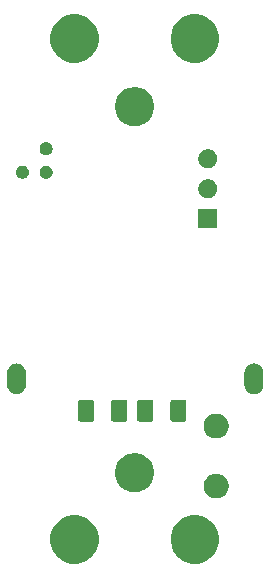
<source format=gbr>
G04 #@! TF.GenerationSoftware,KiCad,Pcbnew,5.1.5*
G04 #@! TF.CreationDate,2020-03-24T00:38:53+03:00*
G04 #@! TF.ProjectId,nordic-switch,6e6f7264-6963-42d7-9377-697463682e6b,1.0*
G04 #@! TF.SameCoordinates,Original*
G04 #@! TF.FileFunction,Soldermask,Bot*
G04 #@! TF.FilePolarity,Negative*
%FSLAX46Y46*%
G04 Gerber Fmt 4.6, Leading zero omitted, Abs format (unit mm)*
G04 Created by KiCad (PCBNEW 5.1.5) date 2020-03-24 00:38:53*
%MOMM*%
%LPD*%
G04 APERTURE LIST*
%ADD10C,0.100000*%
G04 APERTURE END LIST*
D10*
G36*
X150098326Y-118927578D02*
G01*
X150098329Y-118927579D01*
X150098328Y-118927579D01*
X150471631Y-119082206D01*
X150807596Y-119306690D01*
X151093310Y-119592404D01*
X151317794Y-119928369D01*
X151317795Y-119928371D01*
X151472422Y-120301674D01*
X151551250Y-120697968D01*
X151551250Y-121102032D01*
X151472422Y-121498326D01*
X151472421Y-121498328D01*
X151317794Y-121871631D01*
X151093310Y-122207596D01*
X150807596Y-122493310D01*
X150471631Y-122717794D01*
X150471630Y-122717795D01*
X150471629Y-122717795D01*
X150098326Y-122872422D01*
X149702032Y-122951250D01*
X149297968Y-122951250D01*
X148901674Y-122872422D01*
X148528371Y-122717795D01*
X148528370Y-122717795D01*
X148528369Y-122717794D01*
X148192404Y-122493310D01*
X147906690Y-122207596D01*
X147682206Y-121871631D01*
X147527579Y-121498328D01*
X147527578Y-121498326D01*
X147448750Y-121102032D01*
X147448750Y-120697968D01*
X147527578Y-120301674D01*
X147682205Y-119928371D01*
X147682206Y-119928369D01*
X147906690Y-119592404D01*
X148192404Y-119306690D01*
X148528369Y-119082206D01*
X148901672Y-118927579D01*
X148901671Y-118927579D01*
X148901674Y-118927578D01*
X149297968Y-118848750D01*
X149702032Y-118848750D01*
X150098326Y-118927578D01*
G37*
G36*
X139898326Y-118927578D02*
G01*
X139898329Y-118927579D01*
X139898328Y-118927579D01*
X140271631Y-119082206D01*
X140607596Y-119306690D01*
X140893310Y-119592404D01*
X141117794Y-119928369D01*
X141117795Y-119928371D01*
X141272422Y-120301674D01*
X141351250Y-120697968D01*
X141351250Y-121102032D01*
X141272422Y-121498326D01*
X141272421Y-121498328D01*
X141117794Y-121871631D01*
X140893310Y-122207596D01*
X140607596Y-122493310D01*
X140271631Y-122717794D01*
X140271630Y-122717795D01*
X140271629Y-122717795D01*
X139898326Y-122872422D01*
X139502032Y-122951250D01*
X139097968Y-122951250D01*
X138701674Y-122872422D01*
X138328371Y-122717795D01*
X138328370Y-122717795D01*
X138328369Y-122717794D01*
X137992404Y-122493310D01*
X137706690Y-122207596D01*
X137482206Y-121871631D01*
X137327579Y-121498328D01*
X137327578Y-121498326D01*
X137248750Y-121102032D01*
X137248750Y-120697968D01*
X137327578Y-120301674D01*
X137482205Y-119928371D01*
X137482206Y-119928369D01*
X137706690Y-119592404D01*
X137992404Y-119306690D01*
X138328369Y-119082206D01*
X138701672Y-118927579D01*
X138701671Y-118927579D01*
X138701674Y-118927578D01*
X139097968Y-118848750D01*
X139502032Y-118848750D01*
X139898326Y-118927578D01*
G37*
G36*
X151616564Y-115369389D02*
G01*
X151720911Y-115412611D01*
X151807835Y-115448616D01*
X151979973Y-115563635D01*
X152126365Y-115710027D01*
X152241385Y-115882167D01*
X152320611Y-116073436D01*
X152361000Y-116276484D01*
X152361000Y-116483516D01*
X152320611Y-116686564D01*
X152309620Y-116713098D01*
X152241384Y-116877835D01*
X152126365Y-117049973D01*
X151979973Y-117196365D01*
X151807835Y-117311384D01*
X151807834Y-117311385D01*
X151807833Y-117311385D01*
X151616564Y-117390611D01*
X151413516Y-117431000D01*
X151206484Y-117431000D01*
X151003436Y-117390611D01*
X150812167Y-117311385D01*
X150812166Y-117311385D01*
X150812165Y-117311384D01*
X150640027Y-117196365D01*
X150493635Y-117049973D01*
X150378616Y-116877835D01*
X150310380Y-116713098D01*
X150299389Y-116686564D01*
X150259000Y-116483516D01*
X150259000Y-116276484D01*
X150299389Y-116073436D01*
X150378615Y-115882167D01*
X150493635Y-115710027D01*
X150640027Y-115563635D01*
X150812165Y-115448616D01*
X150899089Y-115412611D01*
X151003436Y-115369389D01*
X151206484Y-115329000D01*
X151413516Y-115329000D01*
X151616564Y-115369389D01*
G37*
G36*
X144775256Y-113641298D02*
G01*
X144881579Y-113662447D01*
X145182042Y-113786903D01*
X145452451Y-113967585D01*
X145682415Y-114197549D01*
X145863097Y-114467958D01*
X145987553Y-114768421D01*
X146051000Y-115087391D01*
X146051000Y-115412609D01*
X145987553Y-115731579D01*
X145863097Y-116032042D01*
X145682415Y-116302451D01*
X145452451Y-116532415D01*
X145182042Y-116713097D01*
X144881579Y-116837553D01*
X144775256Y-116858702D01*
X144562611Y-116901000D01*
X144237389Y-116901000D01*
X144024744Y-116858702D01*
X143918421Y-116837553D01*
X143617958Y-116713097D01*
X143347549Y-116532415D01*
X143117585Y-116302451D01*
X142936903Y-116032042D01*
X142812447Y-115731579D01*
X142749000Y-115412609D01*
X142749000Y-115087391D01*
X142812447Y-114768421D01*
X142936903Y-114467958D01*
X143117585Y-114197549D01*
X143347549Y-113967585D01*
X143617958Y-113786903D01*
X143918421Y-113662447D01*
X144024744Y-113641298D01*
X144237389Y-113599000D01*
X144562611Y-113599000D01*
X144775256Y-113641298D01*
G37*
G36*
X151606564Y-110289389D02*
G01*
X151797833Y-110368615D01*
X151797835Y-110368616D01*
X151969973Y-110483635D01*
X152116365Y-110630027D01*
X152231385Y-110802167D01*
X152310611Y-110993436D01*
X152351000Y-111196484D01*
X152351000Y-111403516D01*
X152310611Y-111606564D01*
X152231385Y-111797833D01*
X152231384Y-111797835D01*
X152116365Y-111969973D01*
X151969973Y-112116365D01*
X151797835Y-112231384D01*
X151797834Y-112231385D01*
X151797833Y-112231385D01*
X151606564Y-112310611D01*
X151403516Y-112351000D01*
X151196484Y-112351000D01*
X150993436Y-112310611D01*
X150802167Y-112231385D01*
X150802166Y-112231385D01*
X150802165Y-112231384D01*
X150630027Y-112116365D01*
X150483635Y-111969973D01*
X150368616Y-111797835D01*
X150368615Y-111797833D01*
X150289389Y-111606564D01*
X150249000Y-111403516D01*
X150249000Y-111196484D01*
X150289389Y-110993436D01*
X150368615Y-110802167D01*
X150483635Y-110630027D01*
X150630027Y-110483635D01*
X150802165Y-110368616D01*
X150802167Y-110368615D01*
X150993436Y-110289389D01*
X151196484Y-110249000D01*
X151403516Y-110249000D01*
X151606564Y-110289389D01*
G37*
G36*
X140818604Y-109078347D02*
G01*
X140855144Y-109089432D01*
X140888821Y-109107433D01*
X140918341Y-109131659D01*
X140942567Y-109161179D01*
X140960568Y-109194856D01*
X140971653Y-109231396D01*
X140976000Y-109275538D01*
X140976000Y-110724462D01*
X140971653Y-110768604D01*
X140960568Y-110805144D01*
X140942567Y-110838821D01*
X140918341Y-110868341D01*
X140888821Y-110892567D01*
X140855144Y-110910568D01*
X140818604Y-110921653D01*
X140774462Y-110926000D01*
X139825538Y-110926000D01*
X139781396Y-110921653D01*
X139744856Y-110910568D01*
X139711179Y-110892567D01*
X139681659Y-110868341D01*
X139657433Y-110838821D01*
X139639432Y-110805144D01*
X139628347Y-110768604D01*
X139624000Y-110724462D01*
X139624000Y-109275538D01*
X139628347Y-109231396D01*
X139639432Y-109194856D01*
X139657433Y-109161179D01*
X139681659Y-109131659D01*
X139711179Y-109107433D01*
X139744856Y-109089432D01*
X139781396Y-109078347D01*
X139825538Y-109074000D01*
X140774462Y-109074000D01*
X140818604Y-109078347D01*
G37*
G36*
X148618604Y-109078347D02*
G01*
X148655144Y-109089432D01*
X148688821Y-109107433D01*
X148718341Y-109131659D01*
X148742567Y-109161179D01*
X148760568Y-109194856D01*
X148771653Y-109231396D01*
X148776000Y-109275538D01*
X148776000Y-110724462D01*
X148771653Y-110768604D01*
X148760568Y-110805144D01*
X148742567Y-110838821D01*
X148718341Y-110868341D01*
X148688821Y-110892567D01*
X148655144Y-110910568D01*
X148618604Y-110921653D01*
X148574462Y-110926000D01*
X147625538Y-110926000D01*
X147581396Y-110921653D01*
X147544856Y-110910568D01*
X147511179Y-110892567D01*
X147481659Y-110868341D01*
X147457433Y-110838821D01*
X147439432Y-110805144D01*
X147428347Y-110768604D01*
X147424000Y-110724462D01*
X147424000Y-109275538D01*
X147428347Y-109231396D01*
X147439432Y-109194856D01*
X147457433Y-109161179D01*
X147481659Y-109131659D01*
X147511179Y-109107433D01*
X147544856Y-109089432D01*
X147581396Y-109078347D01*
X147625538Y-109074000D01*
X148574462Y-109074000D01*
X148618604Y-109078347D01*
G37*
G36*
X145818604Y-109078347D02*
G01*
X145855144Y-109089432D01*
X145888821Y-109107433D01*
X145918341Y-109131659D01*
X145942567Y-109161179D01*
X145960568Y-109194856D01*
X145971653Y-109231396D01*
X145976000Y-109275538D01*
X145976000Y-110724462D01*
X145971653Y-110768604D01*
X145960568Y-110805144D01*
X145942567Y-110838821D01*
X145918341Y-110868341D01*
X145888821Y-110892567D01*
X145855144Y-110910568D01*
X145818604Y-110921653D01*
X145774462Y-110926000D01*
X144825538Y-110926000D01*
X144781396Y-110921653D01*
X144744856Y-110910568D01*
X144711179Y-110892567D01*
X144681659Y-110868341D01*
X144657433Y-110838821D01*
X144639432Y-110805144D01*
X144628347Y-110768604D01*
X144624000Y-110724462D01*
X144624000Y-109275538D01*
X144628347Y-109231396D01*
X144639432Y-109194856D01*
X144657433Y-109161179D01*
X144681659Y-109131659D01*
X144711179Y-109107433D01*
X144744856Y-109089432D01*
X144781396Y-109078347D01*
X144825538Y-109074000D01*
X145774462Y-109074000D01*
X145818604Y-109078347D01*
G37*
G36*
X143618604Y-109078347D02*
G01*
X143655144Y-109089432D01*
X143688821Y-109107433D01*
X143718341Y-109131659D01*
X143742567Y-109161179D01*
X143760568Y-109194856D01*
X143771653Y-109231396D01*
X143776000Y-109275538D01*
X143776000Y-110724462D01*
X143771653Y-110768604D01*
X143760568Y-110805144D01*
X143742567Y-110838821D01*
X143718341Y-110868341D01*
X143688821Y-110892567D01*
X143655144Y-110910568D01*
X143618604Y-110921653D01*
X143574462Y-110926000D01*
X142625538Y-110926000D01*
X142581396Y-110921653D01*
X142544856Y-110910568D01*
X142511179Y-110892567D01*
X142481659Y-110868341D01*
X142457433Y-110838821D01*
X142439432Y-110805144D01*
X142428347Y-110768604D01*
X142424000Y-110724462D01*
X142424000Y-109275538D01*
X142428347Y-109231396D01*
X142439432Y-109194856D01*
X142457433Y-109161179D01*
X142481659Y-109131659D01*
X142511179Y-109107433D01*
X142544856Y-109089432D01*
X142581396Y-109078347D01*
X142625538Y-109074000D01*
X143574462Y-109074000D01*
X143618604Y-109078347D01*
G37*
G36*
X154657023Y-106010590D02*
G01*
X154757682Y-106041125D01*
X154808013Y-106056392D01*
X154947165Y-106130771D01*
X155069133Y-106230867D01*
X155169229Y-106352835D01*
X155243608Y-106491987D01*
X155243608Y-106491988D01*
X155289410Y-106642977D01*
X155301000Y-106760655D01*
X155301000Y-107839345D01*
X155289410Y-107957023D01*
X155258875Y-108057682D01*
X155243608Y-108108013D01*
X155169230Y-108247164D01*
X155169229Y-108247165D01*
X155069133Y-108369133D01*
X154947164Y-108469229D01*
X154808012Y-108543608D01*
X154757681Y-108558875D01*
X154657022Y-108589410D01*
X154500000Y-108604875D01*
X154342977Y-108589410D01*
X154242318Y-108558875D01*
X154191987Y-108543608D01*
X154052835Y-108469229D01*
X153930867Y-108369133D01*
X153830771Y-108247164D01*
X153756393Y-108108013D01*
X153756392Y-108108012D01*
X153741125Y-108057681D01*
X153710590Y-107957022D01*
X153699000Y-107839344D01*
X153699001Y-106760655D01*
X153710591Y-106642977D01*
X153756393Y-106491988D01*
X153756393Y-106491987D01*
X153830772Y-106352835D01*
X153930868Y-106230867D01*
X154052836Y-106130771D01*
X154191988Y-106056392D01*
X154242319Y-106041125D01*
X154342978Y-106010590D01*
X154500000Y-105995125D01*
X154657023Y-106010590D01*
G37*
G36*
X134557023Y-106010590D02*
G01*
X134657682Y-106041125D01*
X134708013Y-106056392D01*
X134847165Y-106130771D01*
X134969133Y-106230867D01*
X135069229Y-106352835D01*
X135143608Y-106491987D01*
X135143608Y-106491988D01*
X135189410Y-106642977D01*
X135201000Y-106760655D01*
X135201000Y-107839345D01*
X135189410Y-107957023D01*
X135158875Y-108057682D01*
X135143608Y-108108013D01*
X135069230Y-108247164D01*
X135069229Y-108247165D01*
X134969133Y-108369133D01*
X134847164Y-108469229D01*
X134708012Y-108543608D01*
X134657681Y-108558875D01*
X134557022Y-108589410D01*
X134400000Y-108604875D01*
X134242977Y-108589410D01*
X134142318Y-108558875D01*
X134091987Y-108543608D01*
X133952835Y-108469229D01*
X133830867Y-108369133D01*
X133730771Y-108247164D01*
X133656393Y-108108013D01*
X133656392Y-108108012D01*
X133641125Y-108057681D01*
X133610590Y-107957022D01*
X133599000Y-107839344D01*
X133599001Y-106760655D01*
X133610591Y-106642977D01*
X133656393Y-106491988D01*
X133656393Y-106491987D01*
X133730772Y-106352835D01*
X133830868Y-106230867D01*
X133952836Y-106130771D01*
X134091988Y-106056392D01*
X134142319Y-106041125D01*
X134242978Y-106010590D01*
X134400000Y-105995125D01*
X134557023Y-106010590D01*
G37*
G36*
X151401000Y-94541000D02*
G01*
X149799000Y-94541000D01*
X149799000Y-92939000D01*
X151401000Y-92939000D01*
X151401000Y-94541000D01*
G37*
G36*
X150833642Y-90429781D02*
G01*
X150979414Y-90490162D01*
X150979416Y-90490163D01*
X151110608Y-90577822D01*
X151222178Y-90689392D01*
X151309837Y-90820584D01*
X151309838Y-90820586D01*
X151370219Y-90966358D01*
X151401000Y-91121107D01*
X151401000Y-91278893D01*
X151370219Y-91433642D01*
X151309838Y-91579414D01*
X151309837Y-91579416D01*
X151222178Y-91710608D01*
X151110608Y-91822178D01*
X150979416Y-91909837D01*
X150979415Y-91909838D01*
X150979414Y-91909838D01*
X150833642Y-91970219D01*
X150678893Y-92001000D01*
X150521107Y-92001000D01*
X150366358Y-91970219D01*
X150220586Y-91909838D01*
X150220585Y-91909838D01*
X150220584Y-91909837D01*
X150089392Y-91822178D01*
X149977822Y-91710608D01*
X149890163Y-91579416D01*
X149890162Y-91579414D01*
X149829781Y-91433642D01*
X149799000Y-91278893D01*
X149799000Y-91121107D01*
X149829781Y-90966358D01*
X149890162Y-90820586D01*
X149890163Y-90820584D01*
X149977822Y-90689392D01*
X150089392Y-90577822D01*
X150220584Y-90490163D01*
X150220586Y-90490162D01*
X150366358Y-90429781D01*
X150521107Y-90399000D01*
X150678893Y-90399000D01*
X150833642Y-90429781D01*
G37*
G36*
X137060721Y-89270174D02*
G01*
X137160995Y-89311709D01*
X137160996Y-89311710D01*
X137251242Y-89372010D01*
X137327990Y-89448758D01*
X137327991Y-89448760D01*
X137388291Y-89539005D01*
X137429826Y-89639279D01*
X137451000Y-89745730D01*
X137451000Y-89854270D01*
X137429826Y-89960721D01*
X137388291Y-90060995D01*
X137388290Y-90060996D01*
X137327990Y-90151242D01*
X137251242Y-90227990D01*
X137205812Y-90258345D01*
X137160995Y-90288291D01*
X137060721Y-90329826D01*
X136954270Y-90351000D01*
X136845730Y-90351000D01*
X136739279Y-90329826D01*
X136639005Y-90288291D01*
X136594188Y-90258345D01*
X136548758Y-90227990D01*
X136472010Y-90151242D01*
X136411710Y-90060996D01*
X136411709Y-90060995D01*
X136370174Y-89960721D01*
X136349000Y-89854270D01*
X136349000Y-89745730D01*
X136370174Y-89639279D01*
X136411709Y-89539005D01*
X136472009Y-89448760D01*
X136472010Y-89448758D01*
X136548758Y-89372010D01*
X136639004Y-89311710D01*
X136639005Y-89311709D01*
X136739279Y-89270174D01*
X136845730Y-89249000D01*
X136954270Y-89249000D01*
X137060721Y-89270174D01*
G37*
G36*
X135060721Y-89270174D02*
G01*
X135160995Y-89311709D01*
X135160996Y-89311710D01*
X135251242Y-89372010D01*
X135327990Y-89448758D01*
X135327991Y-89448760D01*
X135388291Y-89539005D01*
X135429826Y-89639279D01*
X135451000Y-89745730D01*
X135451000Y-89854270D01*
X135429826Y-89960721D01*
X135388291Y-90060995D01*
X135388290Y-90060996D01*
X135327990Y-90151242D01*
X135251242Y-90227990D01*
X135205812Y-90258345D01*
X135160995Y-90288291D01*
X135060721Y-90329826D01*
X134954270Y-90351000D01*
X134845730Y-90351000D01*
X134739279Y-90329826D01*
X134639005Y-90288291D01*
X134594188Y-90258345D01*
X134548758Y-90227990D01*
X134472010Y-90151242D01*
X134411710Y-90060996D01*
X134411709Y-90060995D01*
X134370174Y-89960721D01*
X134349000Y-89854270D01*
X134349000Y-89745730D01*
X134370174Y-89639279D01*
X134411709Y-89539005D01*
X134472009Y-89448760D01*
X134472010Y-89448758D01*
X134548758Y-89372010D01*
X134639004Y-89311710D01*
X134639005Y-89311709D01*
X134739279Y-89270174D01*
X134845730Y-89249000D01*
X134954270Y-89249000D01*
X135060721Y-89270174D01*
G37*
G36*
X150833642Y-87889781D02*
G01*
X150979414Y-87950162D01*
X150979416Y-87950163D01*
X151110608Y-88037822D01*
X151222178Y-88149392D01*
X151309837Y-88280584D01*
X151309838Y-88280586D01*
X151370219Y-88426358D01*
X151401000Y-88581107D01*
X151401000Y-88738893D01*
X151370219Y-88893642D01*
X151309838Y-89039414D01*
X151309837Y-89039416D01*
X151222178Y-89170608D01*
X151110608Y-89282178D01*
X150979416Y-89369837D01*
X150979415Y-89369838D01*
X150979414Y-89369838D01*
X150833642Y-89430219D01*
X150678893Y-89461000D01*
X150521107Y-89461000D01*
X150366358Y-89430219D01*
X150220586Y-89369838D01*
X150220585Y-89369838D01*
X150220584Y-89369837D01*
X150089392Y-89282178D01*
X149977822Y-89170608D01*
X149890163Y-89039416D01*
X149890162Y-89039414D01*
X149829781Y-88893642D01*
X149799000Y-88738893D01*
X149799000Y-88581107D01*
X149829781Y-88426358D01*
X149890162Y-88280586D01*
X149890163Y-88280584D01*
X149977822Y-88149392D01*
X150089392Y-88037822D01*
X150220584Y-87950163D01*
X150220586Y-87950162D01*
X150366358Y-87889781D01*
X150521107Y-87859000D01*
X150678893Y-87859000D01*
X150833642Y-87889781D01*
G37*
G36*
X137060721Y-87270174D02*
G01*
X137160995Y-87311709D01*
X137160996Y-87311710D01*
X137251242Y-87372010D01*
X137327990Y-87448758D01*
X137327991Y-87448760D01*
X137388291Y-87539005D01*
X137429826Y-87639279D01*
X137451000Y-87745730D01*
X137451000Y-87854270D01*
X137429826Y-87960721D01*
X137388291Y-88060995D01*
X137388290Y-88060996D01*
X137327990Y-88151242D01*
X137251242Y-88227990D01*
X137205812Y-88258345D01*
X137160995Y-88288291D01*
X137060721Y-88329826D01*
X136954270Y-88351000D01*
X136845730Y-88351000D01*
X136739279Y-88329826D01*
X136639005Y-88288291D01*
X136594188Y-88258345D01*
X136548758Y-88227990D01*
X136472010Y-88151242D01*
X136411710Y-88060996D01*
X136411709Y-88060995D01*
X136370174Y-87960721D01*
X136349000Y-87854270D01*
X136349000Y-87745730D01*
X136370174Y-87639279D01*
X136411709Y-87539005D01*
X136472009Y-87448760D01*
X136472010Y-87448758D01*
X136548758Y-87372010D01*
X136639004Y-87311710D01*
X136639005Y-87311709D01*
X136739279Y-87270174D01*
X136845730Y-87249000D01*
X136954270Y-87249000D01*
X137060721Y-87270174D01*
G37*
G36*
X144775256Y-82641298D02*
G01*
X144881579Y-82662447D01*
X145182042Y-82786903D01*
X145452451Y-82967585D01*
X145682415Y-83197549D01*
X145863097Y-83467958D01*
X145987553Y-83768421D01*
X146051000Y-84087391D01*
X146051000Y-84412609D01*
X145987553Y-84731579D01*
X145863097Y-85032042D01*
X145682415Y-85302451D01*
X145452451Y-85532415D01*
X145182042Y-85713097D01*
X144881579Y-85837553D01*
X144775256Y-85858702D01*
X144562611Y-85901000D01*
X144237389Y-85901000D01*
X144024744Y-85858702D01*
X143918421Y-85837553D01*
X143617958Y-85713097D01*
X143347549Y-85532415D01*
X143117585Y-85302451D01*
X142936903Y-85032042D01*
X142812447Y-84731579D01*
X142749000Y-84412609D01*
X142749000Y-84087391D01*
X142812447Y-83768421D01*
X142936903Y-83467958D01*
X143117585Y-83197549D01*
X143347549Y-82967585D01*
X143617958Y-82786903D01*
X143918421Y-82662447D01*
X144024744Y-82641298D01*
X144237389Y-82599000D01*
X144562611Y-82599000D01*
X144775256Y-82641298D01*
G37*
G36*
X139898326Y-76527578D02*
G01*
X139898329Y-76527579D01*
X139898328Y-76527579D01*
X140271631Y-76682206D01*
X140607596Y-76906690D01*
X140893310Y-77192404D01*
X141117794Y-77528369D01*
X141117795Y-77528371D01*
X141272422Y-77901674D01*
X141351250Y-78297968D01*
X141351250Y-78702032D01*
X141272422Y-79098326D01*
X141272421Y-79098328D01*
X141117794Y-79471631D01*
X140893310Y-79807596D01*
X140607596Y-80093310D01*
X140271631Y-80317794D01*
X140271630Y-80317795D01*
X140271629Y-80317795D01*
X139898326Y-80472422D01*
X139502032Y-80551250D01*
X139097968Y-80551250D01*
X138701674Y-80472422D01*
X138328371Y-80317795D01*
X138328370Y-80317795D01*
X138328369Y-80317794D01*
X137992404Y-80093310D01*
X137706690Y-79807596D01*
X137482206Y-79471631D01*
X137327579Y-79098328D01*
X137327578Y-79098326D01*
X137248750Y-78702032D01*
X137248750Y-78297968D01*
X137327578Y-77901674D01*
X137482205Y-77528371D01*
X137482206Y-77528369D01*
X137706690Y-77192404D01*
X137992404Y-76906690D01*
X138328369Y-76682206D01*
X138701672Y-76527579D01*
X138701671Y-76527579D01*
X138701674Y-76527578D01*
X139097968Y-76448750D01*
X139502032Y-76448750D01*
X139898326Y-76527578D01*
G37*
G36*
X150098326Y-76527578D02*
G01*
X150098329Y-76527579D01*
X150098328Y-76527579D01*
X150471631Y-76682206D01*
X150807596Y-76906690D01*
X151093310Y-77192404D01*
X151317794Y-77528369D01*
X151317795Y-77528371D01*
X151472422Y-77901674D01*
X151551250Y-78297968D01*
X151551250Y-78702032D01*
X151472422Y-79098326D01*
X151472421Y-79098328D01*
X151317794Y-79471631D01*
X151093310Y-79807596D01*
X150807596Y-80093310D01*
X150471631Y-80317794D01*
X150471630Y-80317795D01*
X150471629Y-80317795D01*
X150098326Y-80472422D01*
X149702032Y-80551250D01*
X149297968Y-80551250D01*
X148901674Y-80472422D01*
X148528371Y-80317795D01*
X148528370Y-80317795D01*
X148528369Y-80317794D01*
X148192404Y-80093310D01*
X147906690Y-79807596D01*
X147682206Y-79471631D01*
X147527579Y-79098328D01*
X147527578Y-79098326D01*
X147448750Y-78702032D01*
X147448750Y-78297968D01*
X147527578Y-77901674D01*
X147682205Y-77528371D01*
X147682206Y-77528369D01*
X147906690Y-77192404D01*
X148192404Y-76906690D01*
X148528369Y-76682206D01*
X148901672Y-76527579D01*
X148901671Y-76527579D01*
X148901674Y-76527578D01*
X149297968Y-76448750D01*
X149702032Y-76448750D01*
X150098326Y-76527578D01*
G37*
M02*

</source>
